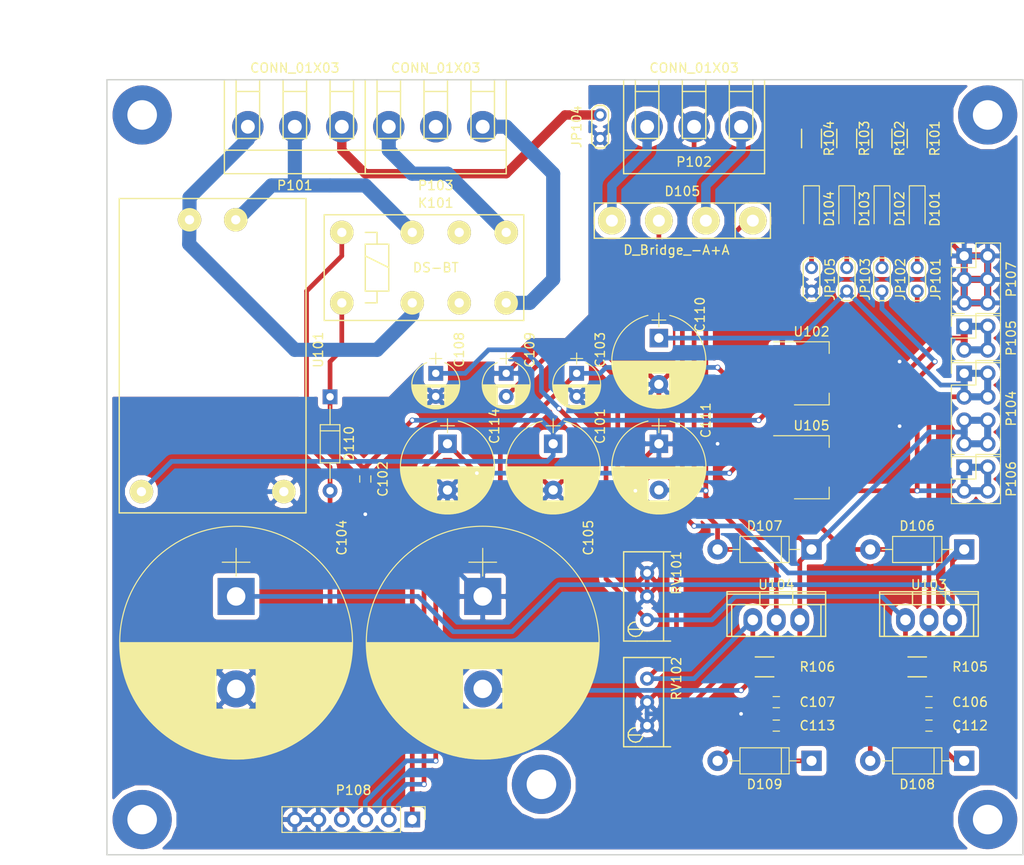
<source format=kicad_pcb>
(kicad_pcb (version 4) (host pcbnew 4.0.4+e1-6308~48~ubuntu15.10.1-stable)
  (layers (0 F.Cu signal) (31 B.Cu signal) (34 B.Paste user) (35 F.Paste user) (36 B.SilkS user) (37 F.SilkS user) (38 B.Mask user) (39 F.Mask user) (44 Edge.Cuts user))
  (net 0 "")
  (net 1 GND)
  (net 2 +5P)
  (net 3 +7.2V)
  (net 4 -7.2V)
  (net 5 +3V3)
  (net 6 +5V)
  (net 7 "Net-(D101-Pad2)")
  (net 8 "Net-(D101-Pad1)")
  (net 9 "Net-(D102-Pad2)")
  (net 10 "Net-(D102-Pad1)")
  (net 11 "Net-(D103-Pad2)")
  (net 12 "Net-(D103-Pad1)")
  (net 13 "Net-(D104-Pad2)")
  (net 14 "Net-(D104-Pad1)")
  (net 15 /K-AlimPreamp)
  (net 16 /Torique_0_Orange)
  (net 17 /Torique_9_Red)
  (net 18 /Terre)
  (net 19 /Phase)
  (net 20 /Torique_115_Brown)
  (net 21 /Neutre)
  (net 22 /Torique_0_Blue)
  (net 23 "Net-(C104-Pad1)")
  (net 24 "Net-(C105-Pad2)")
  (net 25 "Net-(C108-Pad1)")
  (net 26 "Net-(C109-Pad2)")
  (module flem:CONN_AK350_03_5.08 (layer F.Cu) (at 134.62 49.53 180)
    (fp_text reference P102 (at 5.08 -3.81 180) (layer F.SilkS))
    (fp_text value CONN_01X03 (at 5.08 6.35 180) (layer F.SilkS))
    (pad 1 thru_hole circle (at 0 0 180) (size 3.4 3.4) (drill 1.5) (layers *.Cu *.Mask) (net 16 /Torique_0_Orange))
    (pad 2 thru_hole circle (at 5.08 0 180) (size 3.4 3.4) (drill 1.5) (layers *.Cu *.Mask) (net 1 GND))
    (pad 3 thru_hole circle (at 10.16 0 180) (size 3.4 3.4) (drill 1.5) (layers *.Cu *.Mask) (net 17 /Torique_9_Red))
  )
  (module Capacitors_ThroughHole:CP_Radial_D25.0mm_P10.00mm_SnapIn (layer F.Cu) (at 80.01 100.33 270)
    (fp_text reference C104 (at -6.35 -11.43 270) (layer F.SilkS))
    (fp_text value 10000uF)
    (pad 1 thru_hole rect (at 0 0 270) (size 4 4) (drill 2) (layers *.Cu *.Mask) (net 23 "Net-(C104-Pad1)"))
    (pad 2 thru_hole circle (at 10 0 270) (size 4 4) (drill 2) (layers *.Cu *.Mask) (net 1 GND))
  )
  (module Capacitors_ThroughHole:CP_Radial_D25.0mm_P10.00mm_SnapIn (layer F.Cu) (at 106.68 100.33 270)
    (fp_text reference C105 (at -6.35 -11.43 270) (layer F.SilkS))
    (fp_text value 10000uF hide)
    (pad 1 thru_hole rect (at 0 0 270) (size 4 4) (drill 2) (layers *.Cu *.Mask) (net 1 GND))
    (pad 2 thru_hole circle (at 10 0 270) (size 4 4) (drill 2) (layers *.Cu *.Mask) (net 24 "Net-(C105-Pad2)"))
  )
  (module Capacitors_SMD:C_0603_HandSoldering (layer F.Cu) (at 154.94 111.76)
    (fp_text reference C106 (at 4.445 0) (layer F.SilkS))
    (fp_text value 100nF)
    (pad 1 smd rect (at -0.95 0) (size 1.2 0.75) (layers F.Cu F.Paste F.Mask) (net 23 "Net-(C104-Pad1)"))
    (pad 2 smd rect (at 0.95 0) (size 1.2 0.75) (layers F.Cu F.Paste F.Mask) (net 1 GND))
  )
  (module Capacitors_SMD:C_0603_HandSoldering (layer F.Cu) (at 138.43 111.76 180)
    (fp_text reference C107 (at -4.445 0 180) (layer F.SilkS))
    (fp_text value 100nF)
    (pad 1 smd rect (at -0.95 0 180) (size 1.2 0.75) (layers F.Cu F.Paste F.Mask) (net 1 GND))
    (pad 2 smd rect (at 0.95 0 180) (size 1.2 0.75) (layers F.Cu F.Paste F.Mask) (net 24 "Net-(C105-Pad2)"))
  )
  (module Capacitors_ThroughHole:CP_Radial_D10.0mm_P5.00mm (layer F.Cu) (at 114.3 83.82 270)
    (fp_text reference C101 (at -1.905 -5.08 450) (layer F.SilkS))
    (fp_text value 100uF)
    (pad 1 thru_hole rect (at 0 0 270) (size 2 2) (drill 1) (layers *.Cu *.Mask) (net 2 +5P))
    (pad 2 thru_hole circle (at 5 0 270) (size 2 2) (drill 1) (layers *.Cu *.Mask) (net 1 GND))
  )
  (module Capacitors_SMD:C_0603_HandSoldering (layer F.Cu) (at 93.98 87.63 270)
    (fp_text reference C102 (at 0 -1.9 270) (layer F.SilkS))
    (fp_text value 100nF)
    (pad 1 smd rect (at -0.95 0 270) (size 1.2 0.75) (layers F.Cu F.Paste F.Mask) (net 2 +5P))
    (pad 2 smd rect (at 0.95 0 270) (size 1.2 0.75) (layers F.Cu F.Paste F.Mask) (net 1 GND))
  )
  (module Capacitors_ThroughHole:CP_Radial_D5.0mm_P2.50mm (layer F.Cu) (at 101.6 76.2 270)
    (fp_text reference C108 (at -2.54 -2.54 270) (layer F.SilkS))
    (fp_text value 10uF)
    (pad 1 thru_hole rect (at 0 0 270) (size 1.6 1.6) (drill 0.8) (layers *.Cu *.Mask) (net 25 "Net-(C108-Pad1)"))
    (pad 2 thru_hole circle (at 2.5 0 270) (size 1.6 1.6) (drill 0.8) (layers *.Cu *.Mask) (net 1 GND))
  )
  (module Capacitors_ThroughHole:CP_Radial_D5.0mm_P2.50mm (layer F.Cu) (at 109.22 76.2 270)
    (fp_text reference C109 (at -2.54 -2.54 270) (layer F.SilkS))
    (fp_text value 10uF)
    (pad 1 thru_hole rect (at 0 0 270) (size 1.6 1.6) (drill 0.8) (layers *.Cu *.Mask) (net 1 GND))
    (pad 2 thru_hole circle (at 2.5 0 270) (size 1.6 1.6) (drill 0.8) (layers *.Cu *.Mask) (net 26 "Net-(C109-Pad2)"))
  )
  (module Capacitors_ThroughHole:CP_Radial_D10.0mm_P5.00mm (layer F.Cu) (at 125.73 72.39 270)
    (fp_text reference C110 (at -2.54 -4.445 450) (layer F.SilkS))
    (fp_text value 100uF)
    (pad 1 thru_hole rect (at 0 0 270) (size 2 2) (drill 1) (layers *.Cu *.Mask) (net 3 +7.2V))
    (pad 2 thru_hole circle (at 5 0 270) (size 2 2) (drill 1) (layers *.Cu *.Mask) (net 1 GND))
  )
  (module Capacitors_ThroughHole:CP_Radial_D10.0mm_P5.00mm (layer F.Cu) (at 125.73 83.82 270)
    (fp_text reference C111 (at -2.54 -5.08 450) (layer F.SilkS))
    (fp_text value 100uF)
    (pad 1 thru_hole rect (at 0 0 270) (size 2 2) (drill 1) (layers *.Cu *.Mask) (net 1 GND))
    (pad 2 thru_hole circle (at 5 0 270) (size 2 2) (drill 1) (layers *.Cu *.Mask) (net 4 -7.2V))
  )
  (module Capacitors_SMD:C_0603_HandSoldering (layer F.Cu) (at 154.94 114.3)
    (fp_text reference C112 (at 4.445 0) (layer F.SilkS))
    (fp_text value 100nF)
    (pad 1 smd rect (at -0.95 0) (size 1.2 0.75) (layers F.Cu F.Paste F.Mask) (net 3 +7.2V))
    (pad 2 smd rect (at 0.95 0) (size 1.2 0.75) (layers F.Cu F.Paste F.Mask) (net 1 GND))
  )
  (module Capacitors_SMD:C_0603_HandSoldering (layer F.Cu) (at 138.43 114.3 180)
    (fp_text reference C113 (at -4.445 0 180) (layer F.SilkS))
    (fp_text value 100nF)
    (pad 1 smd rect (at -0.95 0 180) (size 1.2 0.75) (layers F.Cu F.Paste F.Mask) (net 1 GND))
    (pad 2 smd rect (at 0.95 0 180) (size 1.2 0.75) (layers F.Cu F.Paste F.Mask) (net 4 -7.2V))
  )
  (module Capacitors_ThroughHole:CP_Radial_D10.0mm_P5.00mm (layer F.Cu) (at 102.87 83.82 270)
    (fp_text reference C114 (at -1.905 -5.08 450) (layer F.SilkS))
    (fp_text value 100uF)
    (pad 1 thru_hole rect (at 0 0 270) (size 2 2) (drill 1) (layers *.Cu *.Mask) (net 6 +5V))
    (pad 2 thru_hole circle (at 5 0 270) (size 2 2) (drill 1) (layers *.Cu *.Mask) (net 1 GND))
  )
  (module LEDs:LED_1206 (layer F.Cu) (at 153.67 58.42 270)
    (fp_text reference D101 (at 0 -1.905 270) (layer F.SilkS))
    (fp_text value LED)
    (pad 2 smd rect (at 1.65 0 90) (size 1.5 1.5) (layers F.Cu F.Paste F.Mask) (net 7 "Net-(D101-Pad2)"))
    (pad 1 smd rect (at -1.65 0 90) (size 1.5 1.5) (layers F.Cu F.Paste F.Mask) (net 8 "Net-(D101-Pad1)"))
  )
  (module LEDs:LED_1206 (layer F.Cu) (at 149.86 58.42 270)
    (fp_text reference D102 (at 0 -1.905 270) (layer F.SilkS))
    (fp_text value LED)
    (pad 2 smd rect (at 1.65 0 90) (size 1.5 1.5) (layers F.Cu F.Paste F.Mask) (net 9 "Net-(D102-Pad2)"))
    (pad 1 smd rect (at -1.65 0 90) (size 1.5 1.5) (layers F.Cu F.Paste F.Mask) (net 10 "Net-(D102-Pad1)"))
  )
  (module LEDs:LED_1206 (layer F.Cu) (at 146.05 58.42 270)
    (fp_text reference D103 (at 0 -1.905 270) (layer F.SilkS))
    (fp_text value LED)
    (pad 2 smd rect (at 1.65 0 90) (size 1.5 1.5) (layers F.Cu F.Paste F.Mask) (net 11 "Net-(D103-Pad2)"))
    (pad 1 smd rect (at -1.65 0 90) (size 1.5 1.5) (layers F.Cu F.Paste F.Mask) (net 12 "Net-(D103-Pad1)"))
  )
  (module LEDs:LED_1206 (layer F.Cu) (at 142.24 58.42 270)
    (fp_text reference D104 (at 0 -1.905 270) (layer F.SilkS))
    (fp_text value LED)
    (pad 2 smd rect (at 1.65 0 90) (size 1.5 1.5) (layers F.Cu F.Paste F.Mask) (net 13 "Net-(D104-Pad2)"))
    (pad 1 smd rect (at -1.65 0 90) (size 1.5 1.5) (layers F.Cu F.Paste F.Mask) (net 14 "Net-(D104-Pad1)"))
  )
  (module Diodes_ThroughHole:D_DO-41_SOD81_P10.16mm_Horizontal (layer F.Cu) (at 142.24 118.11 180)
    (fp_text reference D109 (at 5.08 -2.54 180) (layer F.SilkS))
    (fp_text value 1N4007)
    (pad 1 thru_hole rect (at 0 0 180) (size 2.2 2.2) (drill 1.1) (layers *.Cu *.Mask) (net 26 "Net-(C109-Pad2)"))
    (pad 2 thru_hole oval (at 10.16 0 180) (size 2.2 2.2) (drill 1.1) (layers *.Cu *.Mask) (net 4 -7.2V))
  )
  (module Measurement_Points:Test_Point_2Pads (layer F.Cu) (at 153.67 64.77 270)
    (fp_text reference JP101 (at 1.27 -2 270) (layer F.SilkS))
    (fp_text value JUMPER)
    (pad 1 thru_hole circle (at 0 0 270) (size 1.4 1.4) (drill 0.8128) (layers *.Cu *.Mask) (net 7 "Net-(D101-Pad2)"))
    (pad 2 thru_hole circle (at 2.54 0 270) (size 1.4 1.4) (drill 0.8128) (layers *.Cu *.Mask) (net 2 +5P))
  )
  (module Measurement_Points:Test_Point_2Pads (layer F.Cu) (at 149.86 64.77 270)
    (fp_text reference JP102 (at 1.27 -2 270) (layer F.SilkS))
    (fp_text value JUMPER)
    (pad 1 thru_hole circle (at 0 0 270) (size 1.4 1.4) (drill 0.8128) (layers *.Cu *.Mask) (net 9 "Net-(D102-Pad2)"))
    (pad 2 thru_hole circle (at 2.54 0 270) (size 1.4 1.4) (drill 0.8128) (layers *.Cu *.Mask) (net 6 +5V))
  )
  (module Measurement_Points:Test_Point_2Pads (layer F.Cu) (at 119.38 48.26 270)
    (fp_text reference JP104 (at 1.27 2.54 270) (layer F.SilkS))
    (fp_text value JUMPER)
    (pad 1 thru_hole circle (at 0 0 270) (size 1.4 1.4) (drill 0.8128) (layers *.Cu *.Mask) (net 18 /Terre))
    (pad 2 thru_hole circle (at 2.54 0 270) (size 1.4 1.4) (drill 0.8128) (layers *.Cu *.Mask) (net 1 GND))
  )
  (module Measurement_Points:Test_Point_2Pads (layer F.Cu) (at 146.05 64.77 270)
    (fp_text reference JP103 (at 1.27 -2 270) (layer F.SilkS))
    (fp_text value JUMPER)
    (pad 1 thru_hole circle (at 0 0 270) (size 1.4 1.4) (drill 0.8128) (layers *.Cu *.Mask) (net 11 "Net-(D103-Pad2)"))
    (pad 2 thru_hole circle (at 2.54 0 270) (size 1.4 1.4) (drill 0.8128) (layers *.Cu *.Mask) (net 3 +7.2V))
  )
  (module Measurement_Points:Test_Point_2Pads (layer F.Cu) (at 142.24 64.77 270)
    (fp_text reference JP105 (at 1.27 -2 270) (layer F.SilkS))
    (fp_text value JUMPER)
    (pad 1 thru_hole circle (at 0 0 270) (size 1.4 1.4) (drill 0.8128) (layers *.Cu *.Mask) (net 13 "Net-(D104-Pad2)"))
    (pad 2 thru_hole circle (at 2.54 0 270) (size 1.4 1.4) (drill 0.8128) (layers *.Cu *.Mask) (net 1 GND))
  )
  (module Pin_Headers:Pin_Header_Straight_2x02_Pitch2.54mm (layer F.Cu) (at 158.75 71.12)
    (fp_text reference P105 (at 5.08 1.27 90) (layer F.SilkS))
    (fp_text value CONN_02X02)
    (pad 1 thru_hole rect (at 0 0) (size 1.7 1.7) (drill 1) (layers *.Cu *.Mask) (net 2 +5P))
    (pad 2 thru_hole oval (at 2.54 0) (size 1.7 1.7) (drill 1) (layers *.Cu *.Mask) (net 2 +5P))
    (pad 3 thru_hole oval (at 0 2.54) (size 1.7 1.7) (drill 1) (layers *.Cu *.Mask) (net 2 +5P))
    (pad 4 thru_hole oval (at 2.54 2.54) (size 1.7 1.7) (drill 1) (layers *.Cu *.Mask) (net 2 +5P))
  )
  (module Pin_Headers:Pin_Header_Straight_2x03_Pitch2.54mm (layer F.Cu) (at 158.75 63.5)
    (fp_text reference P107 (at 5.08 2.54 90) (layer F.SilkS))
    (fp_text value CONN_02X03)
    (pad 1 thru_hole rect (at 0 0) (size 1.7 1.7) (drill 1) (layers *.Cu *.Mask) (net 1 GND))
    (pad 2 thru_hole oval (at 2.54 0) (size 1.7 1.7) (drill 1) (layers *.Cu *.Mask) (net 1 GND))
    (pad 3 thru_hole oval (at 0 2.54) (size 1.7 1.7) (drill 1) (layers *.Cu *.Mask) (net 1 GND))
    (pad 4 thru_hole oval (at 2.54 2.54) (size 1.7 1.7) (drill 1) (layers *.Cu *.Mask) (net 1 GND))
    (pad 5 thru_hole oval (at 0 5.08) (size 1.7 1.7) (drill 1) (layers *.Cu *.Mask) (net 1 GND))
    (pad 6 thru_hole oval (at 2.54 5.08) (size 1.7 1.7) (drill 1) (layers *.Cu *.Mask) (net 1 GND))
  )
  (module Resistors_SMD:R_1206_HandSoldering (layer F.Cu) (at 153.67 50.8 90)
    (fp_text reference R101 (at 0 1.905 90) (layer F.SilkS))
    (fp_text value 330)
    (pad 1 smd rect (at -2 0 90) (size 2 1.7) (layers F.Cu F.Paste F.Mask) (net 8 "Net-(D101-Pad1)"))
    (pad 2 smd rect (at 2 0 90) (size 2 1.7) (layers F.Cu F.Paste F.Mask) (net 1 GND))
  )
  (module Resistors_SMD:R_1206_HandSoldering (layer F.Cu) (at 149.86 50.8 90)
    (fp_text reference R102 (at 0 1.905 90) (layer F.SilkS))
    (fp_text value 330)
    (pad 1 smd rect (at -2 0 90) (size 2 1.7) (layers F.Cu F.Paste F.Mask) (net 10 "Net-(D102-Pad1)"))
    (pad 2 smd rect (at 2 0 90) (size 2 1.7) (layers F.Cu F.Paste F.Mask) (net 1 GND))
  )
  (module Resistors_SMD:R_1206_HandSoldering (layer F.Cu) (at 146.05 50.8 90)
    (fp_text reference R103 (at 0 1.905 90) (layer F.SilkS))
    (fp_text value 560)
    (pad 1 smd rect (at -2 0 90) (size 2 1.7) (layers F.Cu F.Paste F.Mask) (net 12 "Net-(D103-Pad1)"))
    (pad 2 smd rect (at 2 0 90) (size 2 1.7) (layers F.Cu F.Paste F.Mask) (net 1 GND))
  )
  (module Resistors_SMD:R_1206_HandSoldering (layer F.Cu) (at 142.24 50.8 90)
    (fp_text reference R104 (at 0 1.905 90) (layer F.SilkS))
    (fp_text value 560)
    (pad 1 smd rect (at -2 0 90) (size 2 1.7) (layers F.Cu F.Paste F.Mask) (net 14 "Net-(D104-Pad1)"))
    (pad 2 smd rect (at 2 0 90) (size 2 1.7) (layers F.Cu F.Paste F.Mask) (net 4 -7.2V))
  )
  (module Resistors_SMD:R_1206_HandSoldering (layer F.Cu) (at 153.67 107.95 180)
    (fp_text reference R105 (at -5.715 0 180) (layer F.SilkS))
    (fp_text value 220)
    (pad 1 smd rect (at -2 0 180) (size 2 1.7) (layers F.Cu F.Paste F.Mask) (net 3 +7.2V))
    (pad 2 smd rect (at 2 0 180) (size 2 1.7) (layers F.Cu F.Paste F.Mask) (net 25 "Net-(C108-Pad1)"))
  )
  (module Resistors_SMD:R_1206_HandSoldering (layer F.Cu) (at 137.16 107.95)
    (fp_text reference R106 (at 5.715 0) (layer F.SilkS))
    (fp_text value 220)
    (pad 1 smd rect (at -2 0) (size 2 1.7) (layers F.Cu F.Paste F.Mask) (net 26 "Net-(C109-Pad2)"))
    (pad 2 smd rect (at 2 0) (size 2 1.7) (layers F.Cu F.Paste F.Mask) (net 4 -7.2V))
  )
  (module Potentiometers:Potentiometer_Bourns_3296W_3-8Zoll_Inline_ScrewUp (layer F.Cu) (at 124.46 102.87)
    (fp_text reference RV101 (at 3.175 -5.08 90) (layer F.SilkS))
    (fp_text value 2.2K)
    (pad 2 thru_hole circle (at 0 -2.54) (size 1.524 1.524) (drill 0.8128) (layers *.Cu *.Mask) (net 1 GND))
    (pad 3 thru_hole circle (at 0 -5.08) (size 1.524 1.524) (drill 0.8128) (layers *.Cu *.Mask) (net 1 GND))
    (pad 1 thru_hole circle (at 0 0) (size 1.524 1.524) (drill 0.8128) (layers *.Cu *.Mask) (net 25 "Net-(C108-Pad1)"))
  )
  (module Potentiometers:Potentiometer_Bourns_3296W_3-8Zoll_Inline_ScrewUp (layer F.Cu) (at 124.46 114.3)
    (fp_text reference RV102 (at 3.175 -5.08 90) (layer F.SilkS))
    (fp_text value 2.2K)
    (pad 2 thru_hole circle (at 0 -2.54) (size 1.524 1.524) (drill 0.8128) (layers *.Cu *.Mask) (net 1 GND))
    (pad 3 thru_hole circle (at 0 -5.08) (size 1.524 1.524) (drill 0.8128) (layers *.Cu *.Mask) (net 26 "Net-(C109-Pad2)"))
    (pad 1 thru_hole circle (at 0 0) (size 1.524 1.524) (drill 0.8128) (layers *.Cu *.Mask) (net 1 GND))
  )
  (module flem:HLK-PM01 (layer F.Cu) (at 77.47 74.295 270)
    (fp_text reference U101 (at -0.635 -11.43 270) (layer F.SilkS))
    (fp_text value HLK-PM01)
    (pad 1 thru_hole circle (at -14.7 -2.5 270) (size 2.54 2.54) (drill 1) (layers *.Cu *.Mask F.SilkS) (net 21 /Neutre))
    (pad 2 thru_hole circle (at -14.7 2.5 270) (size 2.54 2.54) (drill 1) (layers *.Cu *.Mask F.SilkS) (net 19 /Phase))
    (pad 3 thru_hole circle (at 14.7 -7.7 270) (size 2.54 2.54) (drill 1) (layers *.Cu *.Mask F.SilkS) (net 1 GND))
    (pad 4 thru_hole circle (at 14.7 7.7 270) (size 2.54 2.54) (drill 1) (layers *.Cu *.Mask F.SilkS) (net 2 +5P))
  )
  (module Power_Integrations:TO-220 (layer F.Cu) (at 154.94 102.87)
    (fp_text reference U103 (at 0 -3.81) (layer F.SilkS))
    (fp_text value LM317AT/NOPB)
    (pad 2 thru_hole oval (at 0 0) (size 2.032 2.54) (drill 1.143) (layers *.Cu *.Mask) (net 3 +7.2V))
    (pad 3 thru_hole oval (at 2.54 0) (size 2.032 2.54) (drill 1.143) (layers *.Cu *.Mask) (net 23 "Net-(C104-Pad1)"))
    (pad 1 thru_hole oval (at -2.54 0) (size 2.032 2.54) (drill 1.143) (layers *.Cu *.Mask) (net 25 "Net-(C108-Pad1)"))
  )
  (module Power_Integrations:TO-220 (layer F.Cu) (at 138.43 102.87)
    (fp_text reference U104 (at 0 -3.81) (layer F.SilkS))
    (fp_text value LM337T/NOPB)
    (pad 2 thru_hole oval (at 0 0) (size 2.032 2.54) (drill 1.143) (layers *.Cu *.Mask) (net 24 "Net-(C105-Pad2)"))
    (pad 3 thru_hole oval (at 2.54 0) (size 2.032 2.54) (drill 1.143) (layers *.Cu *.Mask) (net 4 -7.2V))
    (pad 1 thru_hole oval (at -2.54 0) (size 2.032 2.54) (drill 1.143) (layers *.Cu *.Mask) (net 26 "Net-(C109-Pad2)"))
  )
  (module TO_SOT_Packages_SMD:SOT-223 (layer F.Cu) (at 142.24 76.2)
    (fp_text reference U102 (at 0 -4.5) (layer F.SilkS))
    (fp_text value AMS117)
    (pad 4 smd rect (at 3.15 0) (size 2 3.8) (layers F.Cu F.Paste F.Mask))
    (pad 2 smd rect (at -3.15 0) (size 2 1.5) (layers F.Cu F.Paste F.Mask) (net 5 +3V3))
    (pad 3 smd rect (at -3.15 2.3) (size 2 1.5) (layers F.Cu F.Paste F.Mask) (net 2 +5P))
    (pad 1 smd rect (at -3.15 -2.3) (size 2 1.5) (layers F.Cu F.Paste F.Mask) (net 1 GND))
  )
  (module TO_SOT_Packages_SMD:SOT-223 (layer F.Cu) (at 142.24 86.36)
    (fp_text reference U105 (at 0 -4.5) (layer F.SilkS))
    (fp_text value LT1117)
    (pad 4 smd rect (at 3.15 0) (size 2 3.8) (layers F.Cu F.Paste F.Mask))
    (pad 2 smd rect (at -3.15 0) (size 2 1.5) (layers F.Cu F.Paste F.Mask) (net 6 +5V))
    (pad 3 smd rect (at -3.15 2.3) (size 2 1.5) (layers F.Cu F.Paste F.Mask) (net 3 +7.2V))
    (pad 1 smd rect (at -3.15 -2.3) (size 2 1.5) (layers F.Cu F.Paste F.Mask) (net 1 GND))
  )
  (module flem:CONN_AK350_03_5.08 (layer F.Cu) (at 91.44 49.53 180)
    (fp_text reference P101 (at 5.08 -6.35 180) (layer F.SilkS))
    (fp_text value CONN_01X03 (at 5.08 6.35 180) (layer F.SilkS))
    (pad 1 thru_hole circle (at 0 0 180) (size 3.4 3.4) (drill 1.5) (layers *.Cu *.Mask) (net 18 /Terre))
    (pad 2 thru_hole circle (at 5.08 0 180) (size 3.4 3.4) (drill 1.5) (layers *.Cu *.Mask) (net 21 /Neutre))
    (pad 3 thru_hole circle (at 10.16 0 180) (size 3.4 3.4) (drill 1.5) (layers *.Cu *.Mask) (net 19 /Phase))
  )
  (module flem:CONN_AK350_03_5.08 (layer F.Cu) (at 106.68 49.53 180)
    (fp_text reference P103 (at 5.08 -6.35 180) (layer F.SilkS))
    (fp_text value CONN_01X03 (at 5.08 6.35 180) (layer F.SilkS))
    (pad 1 thru_hole circle (at 0 0 180) (size 3.4 3.4) (drill 1.5) (layers *.Cu *.Mask) (net 20 /Torique_115_Brown))
    (pad 2 thru_hole circle (at 5.08 0 180) (size 3.4 3.4) (drill 1.5) (layers *.Cu *.Mask))
    (pad 3 thru_hole circle (at 10.16 0 180) (size 3.4 3.4) (drill 1.5) (layers *.Cu *.Mask) (net 22 /Torique_0_Blue))
  )
  (module flem:Relay_DS-BT_Nais (layer F.Cu) (at 91.44 68.58)
    (fp_text reference K101 (at 10.16 -10.795) (layer F.SilkS))
    (fp_text value DS-BT (at 10.16 -3.81) (layer F.SilkS))
    (pad 16 thru_hole circle (at 0 -7.62) (size 2.54 2.54) (drill 1) (layers *.Cu *.Mask F.SilkS) (net 15 /K-AlimPreamp))
    (pad 1 thru_hole circle (at 0 0) (size 2.54 2.54) (drill 1) (layers *.Cu *.Mask F.SilkS) (net 2 +5P))
    (pad 4 thru_hole circle (at 7.62 0) (size 2.54 2.54) (drill 1) (layers *.Cu *.Mask F.SilkS) (net 19 /Phase))
    (pad 6 thru_hole circle (at 12.7 0) (size 2.54 2.54) (drill 1) (layers *.Cu *.Mask F.SilkS))
    (pad 8 thru_hole circle (at 17.78 0) (size 2.54 2.54) (drill 1) (layers *.Cu *.Mask F.SilkS) (net 20 /Torique_115_Brown))
    (pad 13 thru_hole circle (at 7.62 -7.62) (size 2.54 2.54) (drill 1) (layers *.Cu *.Mask F.SilkS) (net 21 /Neutre))
    (pad 11 thru_hole circle (at 12.7 -7.62) (size 2.54 2.54) (drill 1) (layers *.Cu *.Mask F.SilkS))
    (pad 9 thru_hole circle (at 17.78 -7.62) (size 2.54 2.54) (drill 1) (layers *.Cu *.Mask F.SilkS) (net 22 /Torique_0_Blue))
  )
  (module Diodes_ThroughHole:D_DO-35_SOD27_P10.16mm_Horizontal (layer F.Cu) (at 90.17 78.74 270)
    (fp_text reference D110 (at 5.08 -2.06 270) (layer F.SilkS))
    (fp_text value 1N4148)
    (pad 1 thru_hole rect (at 0 0 270) (size 1.6 1.6) (drill 0.8) (layers *.Cu *.Mask) (net 2 +5P))
    (pad 2 thru_hole oval (at 10.16 0 270) (size 1.6 1.6) (drill 0.8) (layers *.Cu *.Mask) (net 15 /K-AlimPreamp))
  )
  (module Diodes_ThroughHole:D_DO-41_SOD81_P10.16mm_Horizontal (layer F.Cu) (at 158.75 95.25 180)
    (fp_text reference D106 (at 5.08 2.54 180) (layer F.SilkS))
    (fp_text value 1N4007)
    (pad 1 thru_hole rect (at 0 0 180) (size 2.2 2.2) (drill 1.1) (layers *.Cu *.Mask) (net 23 "Net-(C104-Pad1)"))
    (pad 2 thru_hole oval (at 10.16 0 180) (size 2.2 2.2) (drill 1.1) (layers *.Cu *.Mask) (net 3 +7.2V))
  )
  (module Diodes_ThroughHole:D_DO-41_SOD81_P10.16mm_Horizontal (layer F.Cu) (at 142.24 95.25 180)
    (fp_text reference D107 (at 5.08 2.54 180) (layer F.SilkS))
    (fp_text value 1N4007)
    (pad 1 thru_hole rect (at 0 0 180) (size 2.2 2.2) (drill 1.1) (layers *.Cu *.Mask) (net 4 -7.2V))
    (pad 2 thru_hole oval (at 10.16 0 180) (size 2.2 2.2) (drill 1.1) (layers *.Cu *.Mask) (net 24 "Net-(C105-Pad2)"))
  )
  (module Diodes_ThroughHole:D_DO-41_SOD81_P10.16mm_Horizontal (layer F.Cu) (at 158.75 118.11 180)
    (fp_text reference D108 (at 5.08 -2.54 180) (layer F.SilkS))
    (fp_text value 1N4007)
    (pad 1 thru_hole rect (at 0 0 180) (size 2.2 2.2) (drill 1.1) (layers *.Cu *.Mask) (net 3 +7.2V))
    (pad 2 thru_hole oval (at 10.16 0 180) (size 2.2 2.2) (drill 1.1) (layers *.Cu *.Mask) (net 25 "Net-(C108-Pad1)"))
  )
  (module flem:Bridge (layer F.Cu) (at 128.27 59.69 180)
    (fp_text reference D105 (at 0 3.175 180) (layer F.SilkS))
    (fp_text value D_Bridge_-A+A (at 0.635 -3.175 180) (layer F.SilkS))
    (pad 1 thru_hole circle (at -7.62 0 180) (size 3 3) (drill 1.3) (layers *.Cu *.Mask F.SilkS) (net 24 "Net-(C105-Pad2)"))
    (pad 2 thru_hole circle (at -2.54 0 180) (size 3 3) (drill 1.3) (layers *.Cu *.Mask F.SilkS) (net 16 /Torique_0_Orange))
    (pad 3 thru_hole circle (at 2.54 0 180) (size 3 3) (drill 1.3) (layers *.Cu *.Mask F.SilkS) (net 23 "Net-(C104-Pad1)"))
    (pad 4 thru_hole circle (at 7.62 0 180) (size 3 3) (drill 1.3) (layers *.Cu *.Mask F.SilkS) (net 17 /Torique_9_Red))
  )
  (module Capacitors_ThroughHole:CP_Radial_D5.0mm_P2.50mm (layer F.Cu) (at 116.84 76.2 270)
    (fp_text reference C103 (at -2.54 -2.54 270) (layer F.SilkS))
    (fp_text value 10uF)
    (pad 1 thru_hole rect (at 0 0 270) (size 1.6 1.6) (drill 0.8) (layers *.Cu *.Mask) (net 5 +3V3))
    (pad 2 thru_hole circle (at 2.5 0 270) (size 1.6 1.6) (drill 0.8) (layers *.Cu *.Mask) (net 1 GND))
  )
  (module Pin_Headers:Pin_Header_Straight_2x04_Pitch2.54mm (layer F.Cu) (at 158.75 76.2)
    (fp_text reference P104 (at 5.08 3.81 90) (layer F.SilkS))
    (fp_text value CONN_02X04)
    (pad 1 thru_hole rect (at 0 0) (size 1.7 1.7) (drill 1) (layers *.Cu *.Mask) (net 3 +7.2V))
    (pad 2 thru_hole oval (at 2.54 0) (size 1.7 1.7) (drill 1) (layers *.Cu *.Mask) (net 3 +7.2V))
    (pad 3 thru_hole oval (at 0 2.54) (size 1.7 1.7) (drill 1) (layers *.Cu *.Mask) (net 3 +7.2V))
    (pad 4 thru_hole oval (at 2.54 2.54) (size 1.7 1.7) (drill 1) (layers *.Cu *.Mask) (net 3 +7.2V))
    (pad 5 thru_hole oval (at 0 5.08) (size 1.7 1.7) (drill 1) (layers *.Cu *.Mask) (net 4 -7.2V))
    (pad 6 thru_hole oval (at 2.54 5.08) (size 1.7 1.7) (drill 1) (layers *.Cu *.Mask) (net 4 -7.2V))
    (pad 7 thru_hole oval (at 0 7.62) (size 1.7 1.7) (drill 1) (layers *.Cu *.Mask) (net 4 -7.2V))
    (pad 8 thru_hole oval (at 2.54 7.62) (size 1.7 1.7) (drill 1) (layers *.Cu *.Mask) (net 4 -7.2V))
  )
  (module Pin_Headers:Pin_Header_Straight_2x02_Pitch2.54mm (layer F.Cu) (at 158.75 86.36)
    (fp_text reference P106 (at 5.08 1.27 90) (layer F.SilkS))
    (fp_text value CONN_02X02)
    (pad 1 thru_hole rect (at 0 0) (size 1.7 1.7) (drill 1) (layers *.Cu *.Mask) (net 6 +5V))
    (pad 2 thru_hole oval (at 2.54 0) (size 1.7 1.7) (drill 1) (layers *.Cu *.Mask) (net 6 +5V))
    (pad 3 thru_hole oval (at 0 2.54) (size 1.7 1.7) (drill 1) (layers *.Cu *.Mask) (net 6 +5V))
    (pad 4 thru_hole oval (at 2.54 2.54) (size 1.7 1.7) (drill 1) (layers *.Cu *.Mask) (net 6 +5V))
  )
  (module Pin_Headers:Pin_Header_Straight_1x06_Pitch2.54mm (layer F.Cu) (at 99.06 124.46 270)
    (fp_text reference P108 (at -3.175 6.35 360) (layer F.SilkS))
    (fp_text value CONN_01X06)
    (pad 1 thru_hole rect (at 0 0 270) (size 1.7 1.7) (drill 1) (layers *.Cu *.Mask) (net 2 +5P))
    (pad 2 thru_hole oval (at 0 2.54 270) (size 1.7 1.7) (drill 1) (layers *.Cu *.Mask) (net 6 +5V))
    (pad 3 thru_hole oval (at 0 5.08 270) (size 1.7 1.7) (drill 1) (layers *.Cu *.Mask) (net 5 +3V3))
    (pad 4 thru_hole oval (at 0 7.62 270) (size 1.7 1.7) (drill 1) (layers *.Cu *.Mask) (net 15 /K-AlimPreamp))
    (pad 5 thru_hole oval (at 0 10.16 270) (size 1.7 1.7) (drill 1) (layers *.Cu *.Mask) (net 1 GND))
    (pad 6 thru_hole oval (at 0 12.7 270) (size 1.7 1.7) (drill 1) (layers *.Cu *.Mask) (net 1 GND))
  )
  (module Mounting_Holes:MountingHole_3.2mm_M3_Pad (layer F.Cu) (at 69.85 48.26)
    (fp_text reference REF** hide)
    (fp_text value MountingHole_3.2mm_M3_Pad hide)
    (pad 1 thru_hole circle (at 0 0) (size 6.4 6.4) (drill 3.2) (layers *.Cu *.Mask))
  )
  (module Mounting_Holes:MountingHole_3.2mm_M3_Pad (layer F.Cu) (at 113.03 120.65)
    (fp_text reference REF** hide)
    (fp_text value MountingHole_3.2mm_M3_Pad hide)
    (pad 1 thru_hole circle (at 0 0) (size 6.4 6.4) (drill 3.2) (layers *.Cu *.Mask))
  )
  (module Mounting_Holes:MountingHole_3.2mm_M3_Pad (layer F.Cu) (at 161.29 48.26)
    (fp_text reference REF** hide)
    (fp_text value MountingHole_3.2mm_M3_Pad hide)
    (pad 1 thru_hole circle (at 0 0) (size 6.4 6.4) (drill 3.2) (layers *.Cu *.Mask))
  )
  (module Mounting_Holes:MountingHole_3.2mm_M3_Pad (layer F.Cu) (at 69.85 124.46)
    (fp_text reference REF** hide)
    (fp_text value MountingHole_3.2mm_M3_Pad hide)
    (pad 1 thru_hole circle (at 0 0) (size 6.4 6.4) (drill 3.2) (layers *.Cu *.Mask))
  )
  (module Mounting_Holes:MountingHole_3.2mm_M3_Pad (layer F.Cu) (at 161.29 124.46)
    (fp_text reference REF** hide)
    (fp_text value MountingHole_3.2mm_M3_Pad hide)
    (pad 1 thru_hole circle (at 0 0) (size 6.4 6.4) (drill 3.2) (layers *.Cu *.Mask))
  )
  (gr_line (start 165.1 44.45) (end 165.1 128.27) (angle 90) (layer Edge.Cuts) (width 0.15))
  (gr_line (start 66.04 44.45) (end 66.04 128.27) (angle 90) (layer Edge.Cuts) (width 0.15))
  (gr_line (start 165.1 128.27) (end 66.04 128.27) (angle 90) (layer Edge.Cuts) (width 0.15))
  (gr_line (start 66.04 44.45) (end 165.1 44.45) (angle 90) (layer Edge.Cuts) (width 0.15))
  (segment (start 151.765 66.04) (end 151.765 74.93) (width 0.508) (layer F.Cu) (net 1))
  (segment (start 141.235 81.915) (end 139.09 84.06) (width 0.508) (layer F.Cu) (net 1))
  (segment (start 151.765 81.915) (end 141.235 81.915) (width 0.508) (layer F.Cu) (net 1))
  (via (at 151.765 81.915) (size 0.6) (drill 0.4) (layers F.Cu B.Cu) (net 1))
  (segment (start 151.765 74.93) (end 151.765 81.915) (width 0.508) (layer B.Cu) (net 1))
  (via (at 151.765 74.93) (size 0.6) (drill 0.4) (layers F.Cu B.Cu) (net 1))
  (segment (start 74.93 95.25) (end 71.755 95.25) (width 0.508) (layer B.Cu) (net 1))
  (segment (start 98.465 78.7) (end 101.6 78.7) (width 0.508) (layer B.Cu) (net 1))
  (segment (start 93.98 83.185) (end 98.465 78.7) (width 0.508) (layer B.Cu) (net 1))
  (segment (start 71.755 83.185) (end 93.98 83.185) (width 0.508) (layer B.Cu) (net 1))
  (segment (start 67.31 87.63) (end 71.755 83.185) (width 0.508) (layer B.Cu) (net 1))
  (segment (start 67.31 90.805) (end 67.31 87.63) (width 0.508) (layer B.Cu) (net 1))
  (segment (start 71.755 95.25) (end 67.31 90.805) (width 0.508) (layer B.Cu) (net 1))
  (segment (start 124.46 100.33) (end 126.365 102.235) (width 0.508) (layer F.Cu) (net 1))
  (segment (start 122.555 109.855) (end 124.46 111.76) (width 0.508) (layer F.Cu) (net 1))
  (segment (start 122.555 107.315) (end 122.555 109.855) (width 0.508) (layer F.Cu) (net 1))
  (segment (start 126.365 103.505) (end 122.555 107.315) (width 0.508) (layer F.Cu) (net 1))
  (segment (start 126.365 102.235) (end 126.365 103.505) (width 0.508) (layer F.Cu) (net 1))
  (segment (start 134.62 113.03) (end 134.62 114.935) (width 0.508) (layer B.Cu) (net 1))
  (segment (start 157.48 114.3) (end 155.89 114.3) (width 0.508) (layer F.Cu) (net 1))
  (segment (start 158.115 114.935) (end 157.48 114.3) (width 0.508) (layer F.Cu) (net 1))
  (via (at 158.115 114.935) (size 0.6) (drill 0.4) (layers F.Cu B.Cu) (net 1))
  (segment (start 152.4 120.65) (end 158.115 114.935) (width 0.508) (layer B.Cu) (net 1))
  (segment (start 140.335 120.65) (end 152.4 120.65) (width 0.508) (layer B.Cu) (net 1))
  (segment (start 134.62 114.935) (end 140.335 120.65) (width 0.508) (layer B.Cu) (net 1))
  (segment (start 139.38 113.03) (end 134.62 113.03) (width 0.508) (layer F.Cu) (net 1))
  (segment (start 134.62 113.03) (end 124.46 113.03) (width 0.508) (layer B.Cu) (net 1))
  (via (at 134.62 113.03) (size 0.6) (drill 0.4) (layers F.Cu B.Cu) (net 1))
  (segment (start 139.38 111.76) (end 139.38 113.03) (width 0.508) (layer F.Cu) (net 1))
  (segment (start 139.38 113.03) (end 139.38 114.3) (width 0.508) (layer F.Cu) (net 1))
  (segment (start 155.89 111.76) (end 155.89 114.3) (width 0.508) (layer F.Cu) (net 1))
  (via (at 93.98 91.44) (size 0.6) (drill 0.4) (layers F.Cu B.Cu) (net 1))
  (segment (start 93.98 91.44) (end 93.98 88.58) (width 0.508) (layer F.Cu) (net 1))
  (segment (start 85.17 88.995) (end 87.615 91.44) (width 0.508) (layer B.Cu) (net 1))
  (segment (start 87.615 91.44) (end 93.98 91.44) (width 0.508) (layer B.Cu) (net 1))
  (segment (start 93.98 91.44) (end 102.87 91.44) (width 0.508) (layer B.Cu) (net 1))
  (segment (start 125.73 77.39) (end 121.365 73.025) (width 0.508) (layer F.Cu) (net 1))
  (segment (start 112.395 73.025) (end 109.22 76.2) (width 0.508) (layer F.Cu) (net 1))
  (segment (start 121.365 73.025) (end 112.395 73.025) (width 0.508) (layer F.Cu) (net 1))
  (segment (start 125.73 83.82) (end 125.73 77.39) (width 0.508) (layer F.Cu) (net 1))
  (segment (start 124.46 97.79) (end 123.19 96.52) (width 0.508) (layer B.Cu) (net 1))
  (segment (start 123.19 86.36) (end 125.73 83.82) (width 0.508) (layer F.Cu) (net 1))
  (segment (start 123.19 88.9) (end 123.19 86.36) (width 0.508) (layer F.Cu) (net 1))
  (via (at 123.19 88.9) (size 0.6) (drill 0.4) (layers F.Cu B.Cu) (net 1))
  (segment (start 123.19 96.52) (end 123.19 88.9) (width 0.508) (layer B.Cu) (net 1))
  (segment (start 125.73 83.82) (end 132.08 83.82) (width 0.508) (layer B.Cu) (net 1))
  (segment (start 132.32 84.06) (end 139.09 84.06) (width 0.508) (layer F.Cu) (net 1))
  (segment (start 132.08 83.82) (end 132.32 84.06) (width 0.508) (layer F.Cu) (net 1))
  (via (at 132.08 83.82) (size 0.6) (drill 0.4) (layers F.Cu B.Cu) (net 1))
  (segment (start 129.54 49.53) (end 129.54 53.975) (width 0.508) (layer F.Cu) (net 1))
  (segment (start 149.86 48.8) (end 153.67 48.8) (width 0.508) (layer F.Cu) (net 1))
  (segment (start 146.05 48.8) (end 149.86 48.8) (width 0.508) (layer F.Cu) (net 1))
  (segment (start 119.38 50.8) (end 122.555 53.975) (width 0.508) (layer F.Cu) (net 1))
  (segment (start 144.24 46.99) (end 146.05 48.8) (width 0.508) (layer F.Cu) (net 1))
  (segment (start 140.335 46.99) (end 144.24 46.99) (width 0.508) (layer F.Cu) (net 1))
  (segment (start 139.065 48.26) (end 140.335 46.99) (width 0.508) (layer F.Cu) (net 1))
  (segment (start 139.065 52.705) (end 139.065 48.26) (width 0.508) (layer F.Cu) (net 1))
  (segment (start 137.795 53.975) (end 139.065 52.705) (width 0.508) (layer F.Cu) (net 1))
  (segment (start 122.555 53.975) (end 129.54 53.975) (width 0.508) (layer F.Cu) (net 1))
  (segment (start 129.54 53.975) (end 137.795 53.975) (width 0.508) (layer F.Cu) (net 1))
  (segment (start 153.67 48.8) (end 156.21 51.34) (width 0.508) (layer F.Cu) (net 1))
  (segment (start 156.21 51.34) (end 156.21 60.96) (width 0.508) (layer F.Cu) (net 1))
  (segment (start 156.21 60.96) (end 158.75 63.5) (width 0.508) (layer F.Cu) (net 1))
  (segment (start 158.75 66.04) (end 158.75 63.5) (width 0.762) (layer F.Cu) (net 1))
  (segment (start 158.75 63.5) (end 161.29 63.5) (width 0.762) (layer F.Cu) (net 1))
  (segment (start 161.29 63.5) (end 161.29 66.04) (width 0.762) (layer F.Cu) (net 1))
  (segment (start 161.29 66.04) (end 161.29 68.58) (width 0.762) (layer F.Cu) (net 1))
  (segment (start 161.29 68.58) (end 158.75 68.58) (width 0.762) (layer F.Cu) (net 1))
  (segment (start 158.75 68.58) (end 158.75 66.04) (width 0.762) (layer F.Cu) (net 1))
  (segment (start 158.75 66.04) (end 161.29 66.04) (width 0.762) (layer F.Cu) (net 1))
  (segment (start 142.24 67.31) (end 143.51 66.04) (width 0.508) (layer F.Cu) (net 1))
  (segment (start 143.51 66.04) (end 151.765 66.04) (width 0.508) (layer F.Cu) (net 1))
  (segment (start 151.765 66.04) (end 158.75 66.04) (width 0.508) (layer F.Cu) (net 1))
  (segment (start 142.24 67.31) (end 139.09 70.46) (width 0.508) (layer F.Cu) (net 1))
  (segment (start 139.09 70.46) (end 139.09 73.9) (width 0.508) (layer F.Cu) (net 1))
  (segment (start 116.84 78.7) (end 119.42 78.7) (width 0.508) (layer B.Cu) (net 1))
  (segment (start 119.42 78.7) (end 120.73 77.39) (width 0.508) (layer B.Cu) (net 1))
  (segment (start 120.73 77.39) (end 125.73 77.39) (width 0.508) (layer B.Cu) (net 1))
  (segment (start 101.6 78.7) (end 104.815 78.7) (width 0.508) (layer B.Cu) (net 1))
  (segment (start 107.315 76.2) (end 109.22 76.2) (width 0.508) (layer B.Cu) (net 1))
  (segment (start 104.815 78.7) (end 107.315 76.2) (width 0.508) (layer B.Cu) (net 1))
  (segment (start 102.87 88.82) (end 114.3 88.82) (width 0.508) (layer B.Cu) (net 1))
  (segment (start 102.87 88.82) (end 102.87 91.44) (width 0.508) (layer B.Cu) (net 1))
  (segment (start 102.87 91.44) (end 102.87 96.52) (width 0.508) (layer B.Cu) (net 1))
  (segment (start 102.87 96.52) (end 106.68 100.33) (width 0.508) (layer B.Cu) (net 1))
  (segment (start 80.01 110.33) (end 79.85 110.33) (width 0.508) (layer B.Cu) (net 1))
  (segment (start 79.85 110.33) (end 74.93 105.41) (width 0.508) (layer B.Cu) (net 1))
  (segment (start 81.185 88.995) (end 85.17 88.995) (width 0.508) (layer B.Cu) (net 1))
  (segment (start 74.93 95.25) (end 81.185 88.995) (width 0.508) (layer B.Cu) (net 1))
  (segment (start 74.93 105.41) (end 74.93 95.25) (width 0.508) (layer B.Cu) (net 1))
  (segment (start 86.36 124.46) (end 86.36 116.84) (width 0.508) (layer B.Cu) (net 1))
  (segment (start 86.36 116.84) (end 80.01 110.33) (width 0.508) (layer B.Cu) (net 1))
  (segment (start 88.9 124.46) (end 86.36 124.46) (width 0.508) (layer B.Cu) (net 1))
  (segment (start 124.46 111.76) (end 124.46 113.03) (width 0.508) (layer B.Cu) (net 1))
  (segment (start 124.46 113.03) (end 124.46 114.3) (width 0.508) (layer B.Cu) (net 1))
  (segment (start 124.46 100.33) (end 124.46 97.79) (width 0.508) (layer F.Cu) (net 1))
  (segment (start 156.21 72.39) (end 153.67 69.85) (width 0.508) (layer F.Cu) (net 2))
  (segment (start 153.67 69.85) (end 153.67 67.31) (width 0.508) (layer F.Cu) (net 2))
  (segment (start 114.3 83.82) (end 114.3 82.55) (width 0.508) (layer B.Cu) (net 2))
  (segment (start 114.3 82.55) (end 113.03 81.28) (width 0.508) (layer B.Cu) (net 2))
  (segment (start 99.06 81.28) (end 93.98 86.36) (width 0.508) (layer F.Cu) (net 2))
  (via (at 99.06 81.28) (size 0.6) (drill 0.4) (layers F.Cu B.Cu) (net 2))
  (segment (start 99.06 81.28) (end 99.06 81.28) (width 0.508) (layer B.Cu) (net 2))
  (segment (start 113.03 81.28) (end 99.06 81.28) (width 0.508) (layer B.Cu) (net 2))
  (segment (start 93.98 86.36) (end 93.98 86.68) (width 0.508) (layer F.Cu) (net 2))
  (segment (start 136.525 81.28) (end 139.09 78.715) (width 0.508) (layer F.Cu) (net 2))
  (via (at 136.525 81.28) (size 0.6) (drill 0.4) (layers F.Cu B.Cu) (net 2))
  (segment (start 136.525 81.28) (end 136.525 81.28) (width 0.508) (layer B.Cu) (net 2))
  (segment (start 115.57 81.28) (end 136.525 81.28) (width 0.508) (layer B.Cu) (net 2))
  (segment (start 114.3 82.55) (end 115.57 81.28) (width 0.508) (layer B.Cu) (net 2))
  (segment (start 139.09 78.715) (end 139.09 78.5) (width 0.508) (layer F.Cu) (net 2))
  (segment (start 158.75 72.39) (end 158.75 73.66) (width 0.762) (layer F.Cu) (net 2))
  (segment (start 139.09 78.5) (end 141.235 80.645) (width 0.508) (layer F.Cu) (net 2))
  (segment (start 141.235 80.645) (end 147.955 80.645) (width 0.508) (layer F.Cu) (net 2))
  (segment (start 147.955 80.645) (end 156.21 72.39) (width 0.508) (layer F.Cu) (net 2))
  (segment (start 156.21 72.39) (end 158.75 72.39) (width 0.508) (layer F.Cu) (net 2))
  (segment (start 158.75 72.39) (end 158.75 71.12) (width 0.762) (layer F.Cu) (net 2))
  (segment (start 93.98 86.68) (end 99.06 91.76) (width 0.508) (layer F.Cu) (net 2))
  (segment (start 99.06 91.76) (end 99.06 125.095) (width 0.508) (layer F.Cu) (net 2))
  (segment (start 114.3 83.82) (end 114.3 85.09) (width 0.508) (layer B.Cu) (net 2))
  (segment (start 73.04 85.725) (end 69.77 88.995) (width 0.508) (layer B.Cu) (net 2))
  (segment (start 113.665 85.725) (end 73.04 85.725) (width 0.508) (layer B.Cu) (net 2))
  (segment (start 114.3 85.09) (end 113.665 85.725) (width 0.508) (layer B.Cu) (net 2))
  (segment (start 90.17 78.74) (end 90.17 82.87) (width 0.508) (layer F.Cu) (net 2))
  (segment (start 90.17 82.87) (end 93.98 86.68) (width 0.508) (layer F.Cu) (net 2))
  (segment (start 91.44 68.58) (end 91.44 73.66) (width 0.508) (layer F.Cu) (net 2))
  (segment (start 90.17 74.93) (end 90.17 78.74) (width 0.508) (layer F.Cu) (net 2))
  (segment (start 91.44 73.66) (end 90.17 74.93) (width 0.508) (layer F.Cu) (net 2))
  (segment (start 158.75 71.12) (end 161.29 71.12) (width 0.762) (layer B.Cu) (net 2))
  (segment (start 161.29 71.12) (end 161.29 73.66) (width 0.762) (layer B.Cu) (net 2))
  (segment (start 161.29 73.66) (end 158.75 73.66) (width 0.762) (layer B.Cu) (net 2))
  (segment (start 148.59 95.25) (end 145.68 95.25) (width 0.508) (layer F.Cu) (net 3))
  (segment (start 145.68 95.25) (end 139.09 88.66) (width 0.508) (layer F.Cu) (net 3))
  (segment (start 154.94 102.87) (end 154.94 105.41) (width 0.508) (layer F.Cu) (net 3))
  (segment (start 155.67 106.14) (end 155.67 107.95) (width 0.508) (layer F.Cu) (net 3))
  (segment (start 154.94 105.41) (end 155.67 106.14) (width 0.508) (layer F.Cu) (net 3))
  (segment (start 153.67 95.25) (end 154.94 93.98) (width 0.508) (layer F.Cu) (net 3))
  (segment (start 156.21 78.74) (end 158.75 78.74) (width 0.508) (layer F.Cu) (net 3))
  (segment (start 154.94 80.01) (end 156.21 78.74) (width 0.508) (layer F.Cu) (net 3))
  (segment (start 154.94 93.98) (end 154.94 80.01) (width 0.508) (layer F.Cu) (net 3))
  (segment (start 158.75 77.47) (end 158.75 78.74) (width 0.762) (layer B.Cu) (net 3))
  (segment (start 161.29 78.74) (end 158.75 78.74) (width 0.762) (layer B.Cu) (net 3))
  (segment (start 158.75 76.2) (end 158.75 77.47) (width 0.762) (layer B.Cu) (net 3))
  (segment (start 156.21 77.47) (end 158.75 77.47) (width 0.508) (layer B.Cu) (net 3))
  (segment (start 156.21 77.47) (end 146.05 67.31) (width 0.508) (layer B.Cu) (net 3))
  (segment (start 125.73 72.39) (end 140.335 72.39) (width 0.508) (layer B.Cu) (net 3))
  (segment (start 140.335 72.39) (end 140.97 72.39) (width 0.508) (layer B.Cu) (net 3))
  (segment (start 140.97 72.39) (end 146.05 67.31) (width 0.508) (layer B.Cu) (net 3))
  (segment (start 148.59 95.25) (end 153.67 95.25) (width 0.508) (layer F.Cu) (net 3))
  (segment (start 154.94 96.52) (end 154.94 102.87) (width 0.508) (layer F.Cu) (net 3))
  (segment (start 153.67 95.25) (end 154.94 96.52) (width 0.508) (layer F.Cu) (net 3))
  (segment (start 155.67 107.95) (end 155.575 107.95) (width 0.508) (layer F.Cu) (net 3))
  (segment (start 155.575 107.95) (end 152.4 111.125) (width 0.508) (layer F.Cu) (net 3))
  (segment (start 152.4 111.125) (end 152.4 113.665) (width 0.508) (layer F.Cu) (net 3))
  (segment (start 152.4 113.665) (end 153.035 114.3) (width 0.508) (layer F.Cu) (net 3))
  (segment (start 153.035 114.3) (end 153.99 114.3) (width 0.508) (layer F.Cu) (net 3))
  (segment (start 158.75 118.11) (end 157.8 118.11) (width 0.508) (layer F.Cu) (net 3))
  (segment (start 157.8 118.11) (end 153.99 114.3) (width 0.508) (layer F.Cu) (net 3))
  (segment (start 158.75 76.2) (end 161.29 76.2) (width 0.762) (layer B.Cu) (net 3))
  (segment (start 161.29 76.2) (end 161.29 78.74) (width 0.762) (layer B.Cu) (net 3))
  (segment (start 158.75 82.55) (end 158.75 81.28) (width 0.762) (layer B.Cu) (net 4))
  (segment (start 142.24 95.25) (end 143.51 93.98) (width 0.508) (layer B.Cu) (net 4))
  (segment (start 158.75 82.55) (end 158.75 83.82) (width 0.762) (layer B.Cu) (net 4))
  (segment (start 154.94 82.55) (end 158.75 82.55) (width 0.508) (layer B.Cu) (net 4))
  (segment (start 143.51 93.98) (end 154.94 82.55) (width 0.508) (layer B.Cu) (net 4))
  (segment (start 143.51 93.98) (end 143.51 93.98) (width 0.508) (layer B.Cu) (net 4))
  (segment (start 130.81 88.9) (end 130.81 71.12) (width 0.508) (layer F.Cu) (net 4))
  (segment (start 140.335 50.705) (end 142.24 48.8) (width 0.508) (layer F.Cu) (net 4))
  (segment (start 140.335 61.595) (end 140.335 50.705) (width 0.508) (layer F.Cu) (net 4))
  (segment (start 130.81 71.12) (end 140.335 61.595) (width 0.508) (layer F.Cu) (net 4))
  (segment (start 142.24 95.25) (end 140.97 93.98) (width 0.508) (layer F.Cu) (net 4))
  (segment (start 130.73 88.82) (end 125.73 88.82) (width 0.508) (layer B.Cu) (net 4))
  (segment (start 130.81 88.9) (end 130.73 88.82) (width 0.508) (layer B.Cu) (net 4))
  (via (at 130.81 88.9) (size 0.6) (drill 0.4) (layers F.Cu B.Cu) (net 4))
  (segment (start 130.81 89.535) (end 130.81 88.9) (width 0.508) (layer F.Cu) (net 4))
  (segment (start 135.255 93.98) (end 130.81 89.535) (width 0.508) (layer F.Cu) (net 4))
  (segment (start 140.97 93.98) (end 135.255 93.98) (width 0.508) (layer F.Cu) (net 4))
  (segment (start 140.97 102.87) (end 140.97 96.52) (width 0.508) (layer F.Cu) (net 4))
  (segment (start 140.97 96.52) (end 142.24 95.25) (width 0.508) (layer F.Cu) (net 4))
  (segment (start 139.16 107.95) (end 141.605 110.49) (width 0.508) (layer F.Cu) (net 4))
  (segment (start 138.75 115.57) (end 137.48 114.3) (width 0.508) (layer F.Cu) (net 4))
  (segment (start 140.335 115.57) (end 138.75 115.57) (width 0.508) (layer F.Cu) (net 4))
  (segment (start 141.605 114.3) (end 140.335 115.57) (width 0.508) (layer F.Cu) (net 4))
  (segment (start 141.605 110.49) (end 141.605 114.3) (width 0.508) (layer F.Cu) (net 4))
  (segment (start 140.97 102.87) (end 140.97 104.775) (width 0.508) (layer F.Cu) (net 4))
  (segment (start 140.97 106.14) (end 139.16 107.95) (width 0.508) (layer F.Cu) (net 4))
  (segment (start 140.97 104.775) (end 140.97 106.14) (width 0.508) (layer F.Cu) (net 4))
  (segment (start 132.08 118.11) (end 135.89 114.3) (width 0.508) (layer F.Cu) (net 4))
  (segment (start 135.89 114.3) (end 137.48 114.3) (width 0.508) (layer F.Cu) (net 4))
  (segment (start 158.75 81.28) (end 161.29 81.28) (width 0.762) (layer B.Cu) (net 4))
  (segment (start 161.29 81.28) (end 161.29 83.82) (width 0.762) (layer B.Cu) (net 4))
  (segment (start 161.29 83.82) (end 158.75 83.82) (width 0.762) (layer B.Cu) (net 4))
  (via (at 132.08 75.565) (size 0.6) (drill 0.4) (layers F.Cu B.Cu) (net 5))
  (segment (start 119.38 76.2) (end 120.015 75.565) (width 0.508) (layer B.Cu) (net 5))
  (segment (start 120.015 75.565) (end 132.08 75.565) (width 0.508) (layer B.Cu) (net 5))
  (segment (start 116.84 76.2) (end 119.38 76.2) (width 0.508) (layer B.Cu) (net 5))
  (segment (start 132.715 76.2) (end 139.09 76.2) (width 0.508) (layer F.Cu) (net 5))
  (segment (start 132.08 75.565) (end 132.715 76.2) (width 0.508) (layer F.Cu) (net 5))
  (segment (start 116.84 76.2) (end 108.585 84.455) (width 0.508) (layer F.Cu) (net 5))
  (segment (start 93.98 122.555) (end 93.98 124.46) (width 0.508) (layer B.Cu) (net 5))
  (segment (start 98.425 118.11) (end 93.98 122.555) (width 0.508) (layer B.Cu) (net 5))
  (segment (start 101.6 118.11) (end 98.425 118.11) (width 0.508) (layer B.Cu) (net 5))
  (via (at 101.6 118.11) (size 0.6) (drill 0.4) (layers F.Cu B.Cu) (net 5))
  (segment (start 101.6 95.25) (end 101.6 118.11) (width 0.508) (layer F.Cu) (net 5))
  (segment (start 108.585 88.265) (end 101.6 95.25) (width 0.508) (layer F.Cu) (net 5))
  (segment (start 108.585 84.455) (end 108.585 88.265) (width 0.508) (layer F.Cu) (net 5))
  (segment (start 153.67 88.9) (end 153.67 76.835) (width 0.508) (layer F.Cu) (net 6))
  (segment (start 149.86 69.215) (end 149.86 67.31) (width 0.508) (layer B.Cu) (net 6))
  (segment (start 155.575 74.93) (end 149.86 69.215) (width 0.508) (layer B.Cu) (net 6))
  (via (at 155.575 74.93) (size 0.6) (drill 0.4) (layers F.Cu B.Cu) (net 6))
  (segment (start 153.67 76.835) (end 155.575 74.93) (width 0.508) (layer F.Cu) (net 6))
  (segment (start 158.75 88.9) (end 153.67 88.9) (width 0.508) (layer B.Cu) (net 6))
  (segment (start 140.97 86.36) (end 139.09 86.36) (width 0.508) (layer F.Cu) (net 6))
  (segment (start 143.51 88.9) (end 140.97 86.36) (width 0.508) (layer F.Cu) (net 6))
  (segment (start 144.145 88.9) (end 143.51 88.9) (width 0.508) (layer F.Cu) (net 6))
  (segment (start 153.67 88.9) (end 144.145 88.9) (width 0.508) (layer F.Cu) (net 6))
  (via (at 153.67 88.9) (size 0.6) (drill 0.4) (layers F.Cu B.Cu) (net 6))
  (segment (start 158.75 86.36) (end 158.75 88.9) (width 0.762) (layer B.Cu) (net 6))
  (segment (start 102.87 83.82) (end 106.045 86.995) (width 0.508) (layer F.Cu) (net 6))
  (via (at 106.045 86.995) (size 0.6) (drill 0.4) (layers F.Cu B.Cu) (net 6))
  (segment (start 106.045 86.995) (end 133.35 86.995) (width 0.508) (layer B.Cu) (net 6))
  (via (at 133.35 86.995) (size 0.6) (drill 0.4) (layers F.Cu B.Cu) (net 6))
  (segment (start 133.35 86.995) (end 133.985 86.36) (width 0.508) (layer F.Cu) (net 6))
  (segment (start 133.985 86.36) (end 139.09 86.36) (width 0.508) (layer F.Cu) (net 6))
  (segment (start 102.87 83.82) (end 100.33 86.36) (width 0.508) (layer F.Cu) (net 6))
  (segment (start 96.52 122.555) (end 96.52 124.46) (width 0.508) (layer B.Cu) (net 6))
  (segment (start 98.425 120.65) (end 96.52 122.555) (width 0.508) (layer B.Cu) (net 6))
  (segment (start 100.33 120.65) (end 98.425 120.65) (width 0.508) (layer B.Cu) (net 6))
  (via (at 100.33 120.65) (size 0.6) (drill 0.4) (layers F.Cu B.Cu) (net 6))
  (segment (start 100.33 86.36) (end 100.33 120.65) (width 0.508) (layer F.Cu) (net 6))
  (segment (start 158.75 86.36) (end 161.29 86.36) (width 0.762) (layer B.Cu) (net 6))
  (segment (start 161.29 86.36) (end 161.29 88.9) (width 0.762) (layer B.Cu) (net 6))
  (segment (start 161.29 88.9) (end 158.75 88.9) (width 0.762) (layer B.Cu) (net 6))
  (segment (start 153.67 60.07) (end 153.67 64.77) (width 0.508) (layer F.Cu) (net 7))
  (segment (start 153.67 52.8) (end 153.67 56.77) (width 0.508) (layer F.Cu) (net 8))
  (segment (start 149.86 60.07) (end 149.86 64.77) (width 0.508) (layer F.Cu) (net 9))
  (segment (start 149.86 52.8) (end 149.86 56.77) (width 0.508) (layer F.Cu) (net 10))
  (segment (start 146.05 60.07) (end 146.05 64.77) (width 0.508) (layer F.Cu) (net 11))
  (segment (start 146.05 52.8) (end 146.05 56.77) (width 0.508) (layer F.Cu) (net 12))
  (segment (start 142.24 60.07) (end 142.24 64.77) (width 0.508) (layer F.Cu) (net 13))
  (segment (start 142.24 52.8) (end 142.24 56.77) (width 0.508) (layer F.Cu) (net 14))
  (segment (start 90.17 119.38) (end 90.17 121.285) (width 0.508) (layer F.Cu) (net 15))
  (segment (start 90.17 88.9) (end 90.17 119.38) (width 0.508) (layer F.Cu) (net 15))
  (segment (start 91.44 122.555) (end 91.44 124.46) (width 0.508) (layer F.Cu) (net 15))
  (segment (start 90.17 121.285) (end 91.44 122.555) (width 0.508) (layer F.Cu) (net 15))
  (segment (start 91.44 60.96) (end 91.44 63.5) (width 0.508) (layer F.Cu) (net 15))
  (segment (start 90.17 86.36) (end 90.17 88.9) (width 0.508) (layer F.Cu) (net 15))
  (segment (start 87.63 83.82) (end 90.17 86.36) (width 0.508) (layer F.Cu) (net 15))
  (segment (start 87.63 67.31) (end 87.63 83.82) (width 0.508) (layer F.Cu) (net 15))
  (segment (start 91.44 63.5) (end 87.63 67.31) (width 0.508) (layer F.Cu) (net 15))
  (segment (start 134.62 49.53) (end 134.62 52.07) (width 1.016) (layer B.Cu) (net 16))
  (segment (start 130.81 55.88) (end 130.81 59.69) (width 1.016) (layer B.Cu) (net 16))
  (segment (start 134.62 52.07) (end 130.81 55.88) (width 1.016) (layer B.Cu) (net 16))
  (segment (start 124.46 49.53) (end 124.46 52.07) (width 1.016) (layer B.Cu) (net 17))
  (segment (start 120.65 55.88) (end 120.65 59.69) (width 1.016) (layer B.Cu) (net 17))
  (segment (start 124.46 52.07) (end 120.65 55.88) (width 1.016) (layer B.Cu) (net 17))
  (segment (start 91.44 49.53) (end 91.44 52.07) (width 1.016) (layer F.Cu) (net 18))
  (segment (start 115.57 48.26) (end 119.38 48.26) (width 1.016) (layer F.Cu) (net 18))
  (segment (start 109.22 54.61) (end 115.57 48.26) (width 1.016) (layer F.Cu) (net 18))
  (segment (start 93.98 54.61) (end 109.22 54.61) (width 1.016) (layer F.Cu) (net 18))
  (segment (start 91.44 52.07) (end 93.98 54.61) (width 1.016) (layer F.Cu) (net 18))
  (segment (start 74.97 59.595) (end 74.97 57.19) (width 1.524) (layer B.Cu) (net 19))
  (segment (start 74.97 57.19) (end 81.28 50.88) (width 1.524) (layer B.Cu) (net 19))
  (segment (start 81.28 50.88) (end 81.28 49.53) (width 1.524) (layer B.Cu) (net 19))
  (segment (start 99.06 68.58) (end 99.06 69.85) (width 1.524) (layer B.Cu) (net 19))
  (segment (start 99.06 69.85) (end 95.25 73.66) (width 1.524) (layer B.Cu) (net 19))
  (segment (start 95.25 73.66) (end 86.36 73.66) (width 1.524) (layer B.Cu) (net 19))
  (segment (start 86.36 73.66) (end 74.93 62.23) (width 1.524) (layer B.Cu) (net 19))
  (segment (start 74.93 62.23) (end 74.97 59.595) (width 1.524) (layer B.Cu) (net 19))
  (segment (start 106.68 49.53) (end 109.22 49.53) (width 1.524) (layer B.Cu) (net 20))
  (segment (start 111.76 68.58) (end 109.22 68.58) (width 1.524) (layer B.Cu) (net 20))
  (segment (start 114.3 66.04) (end 111.76 68.58) (width 1.524) (layer B.Cu) (net 20))
  (segment (start 114.3 54.61) (end 114.3 66.04) (width 1.524) (layer B.Cu) (net 20))
  (segment (start 109.22 49.53) (end 114.3 54.61) (width 1.524) (layer B.Cu) (net 20))
  (segment (start 86.36 49.53) (end 86.36 55.88) (width 1.524) (layer B.Cu) (net 21))
  (segment (start 79.97 59.595) (end 79.97 59.095) (width 1.524) (layer B.Cu) (net 21))
  (segment (start 79.97 59.095) (end 80.605 59.095) (width 1.524) (layer B.Cu) (net 21))
  (segment (start 80.605 59.095) (end 83.82 55.88) (width 1.524) (layer B.Cu) (net 21))
  (segment (start 83.82 55.88) (end 86.36 55.88) (width 1.524) (layer B.Cu) (net 21))
  (segment (start 86.36 55.88) (end 90.17 55.88) (width 1.524) (layer B.Cu) (net 21))
  (segment (start 93.98 55.88) (end 99.06 60.96) (width 1.524) (layer B.Cu) (net 21))
  (segment (start 90.17 55.88) (end 93.98 55.88) (width 1.524) (layer B.Cu) (net 21))
  (segment (start 79.97 59.595) (end 80.105 59.595) (width 1.524) (layer B.Cu) (net 21))
  (segment (start 96.52 49.53) (end 96.52 52.07) (width 1.524) (layer B.Cu) (net 22))
  (segment (start 102.87 54.61) (end 109.22 60.96) (width 1.524) (layer B.Cu) (net 22))
  (segment (start 99.06 54.61) (end 102.87 54.61) (width 1.524) (layer B.Cu) (net 22))
  (segment (start 96.52 52.07) (end 99.06 54.61) (width 1.524) (layer B.Cu) (net 22))
  (segment (start 109.22 60.96) (end 109.22 60.96) (width 1.524) (layer B.Cu) (net 22))
  (segment (start 158.75 95.25) (end 158.115 95.25) (width 0.508) (layer B.Cu) (net 23))
  (segment (start 158.115 95.25) (end 155.575 97.79) (width 0.508) (layer B.Cu) (net 23))
  (segment (start 125.73 62.865) (end 125.73 59.69) (width 0.508) (layer F.Cu) (net 23))
  (segment (start 128.27 65.405) (end 125.73 62.865) (width 0.508) (layer F.Cu) (net 23))
  (segment (start 128.27 91.44) (end 128.27 65.405) (width 0.508) (layer F.Cu) (net 23))
  (segment (start 129.54 92.71) (end 128.27 91.44) (width 0.508) (layer F.Cu) (net 23))
  (via (at 129.54 92.71) (size 0.6) (drill 0.4) (layers F.Cu B.Cu) (net 23))
  (segment (start 134.62 92.71) (end 129.54 92.71) (width 0.508) (layer B.Cu) (net 23))
  (segment (start 139.7 97.79) (end 134.62 92.71) (width 0.508) (layer B.Cu) (net 23))
  (segment (start 155.575 97.79) (end 139.7 97.79) (width 0.508) (layer B.Cu) (net 23))
  (segment (start 80.01 100.33) (end 99.695 100.33) (width 0.508) (layer B.Cu) (net 23))
  (segment (start 157.48 100.965) (end 157.48 102.87) (width 0.508) (layer B.Cu) (net 23))
  (segment (start 155.575 99.06) (end 157.48 100.965) (width 0.508) (layer B.Cu) (net 23))
  (segment (start 114.935 99.06) (end 155.575 99.06) (width 0.508) (layer B.Cu) (net 23))
  (segment (start 109.855 104.14) (end 114.935 99.06) (width 0.508) (layer B.Cu) (net 23))
  (segment (start 103.505 104.14) (end 109.855 104.14) (width 0.508) (layer B.Cu) (net 23))
  (segment (start 99.695 100.33) (end 103.505 104.14) (width 0.508) (layer B.Cu) (net 23))
  (segment (start 158.75 95.25) (end 157.48 96.52) (width 0.508) (layer F.Cu) (net 23))
  (segment (start 157.48 96.52) (end 157.48 102.87) (width 0.508) (layer F.Cu) (net 23))
  (segment (start 153.99 111.76) (end 153.99 111.44) (width 0.508) (layer F.Cu) (net 23))
  (segment (start 153.99 111.44) (end 154.94 110.49) (width 0.508) (layer F.Cu) (net 23))
  (segment (start 154.94 110.49) (end 156.845 110.49) (width 0.508) (layer F.Cu) (net 23))
  (segment (start 156.845 110.49) (end 158.115 109.22) (width 0.508) (layer F.Cu) (net 23))
  (segment (start 158.115 109.22) (end 158.115 105.41) (width 0.508) (layer F.Cu) (net 23))
  (segment (start 158.115 105.41) (end 157.48 104.775) (width 0.508) (layer F.Cu) (net 23))
  (segment (start 157.48 104.775) (end 157.48 102.87) (width 0.508) (layer F.Cu) (net 23))
  (segment (start 132.08 95.25) (end 132.08 92.71) (width 0.508) (layer F.Cu) (net 24))
  (segment (start 129.54 65.405) (end 135.255 59.69) (width 0.508) (layer F.Cu) (net 24))
  (segment (start 129.54 90.17) (end 129.54 65.405) (width 0.508) (layer F.Cu) (net 24))
  (segment (start 132.08 92.71) (end 129.54 90.17) (width 0.508) (layer F.Cu) (net 24))
  (segment (start 135.255 59.69) (end 135.89 59.69) (width 0.508) (layer F.Cu) (net 24))
  (segment (start 138.43 102.87) (end 138.43 96.52) (width 0.508) (layer F.Cu) (net 24))
  (segment (start 137.16 95.25) (end 132.08 95.25) (width 0.508) (layer F.Cu) (net 24))
  (segment (start 138.43 96.52) (end 137.16 95.25) (width 0.508) (layer F.Cu) (net 24))
  (segment (start 106.68 110.33) (end 108.425 110.33) (width 0.508) (layer B.Cu) (net 24))
  (segment (start 108.425 110.33) (end 108.585 110.49) (width 0.508) (layer B.Cu) (net 24))
  (segment (start 108.585 110.49) (end 134.62 110.49) (width 0.508) (layer B.Cu) (net 24))
  (via (at 134.62 110.49) (size 0.6) (drill 0.4) (layers F.Cu B.Cu) (net 24))
  (segment (start 134.62 110.49) (end 135.255 109.855) (width 0.508) (layer F.Cu) (net 24))
  (segment (start 135.255 109.855) (end 137.16 109.855) (width 0.508) (layer F.Cu) (net 24))
  (segment (start 137.48 111.76) (end 137.48 110.175) (width 0.508) (layer F.Cu) (net 24))
  (segment (start 138.43 104.775) (end 138.43 102.87) (width 0.508) (layer F.Cu) (net 24))
  (segment (start 137.16 106.045) (end 138.43 104.775) (width 0.508) (layer F.Cu) (net 24))
  (segment (start 137.16 109.855) (end 137.16 106.045) (width 0.508) (layer F.Cu) (net 24))
  (segment (start 137.48 110.175) (end 137.16 109.855) (width 0.508) (layer F.Cu) (net 24))
  (segment (start 124.46 102.87) (end 120.015 98.425) (width 0.508) (layer F.Cu) (net 25))
  (segment (start 104.775 76.2) (end 101.6 76.2) (width 0.508) (layer B.Cu) (net 25))
  (segment (start 107.315 73.66) (end 104.775 76.2) (width 0.508) (layer B.Cu) (net 25))
  (segment (start 111.125 73.66) (end 107.315 73.66) (width 0.508) (layer B.Cu) (net 25))
  (segment (start 113.03 75.565) (end 111.125 73.66) (width 0.508) (layer B.Cu) (net 25))
  (segment (start 113.03 78.105) (end 113.03 75.565) (width 0.508) (layer B.Cu) (net 25))
  (segment (start 114.935 80.01) (end 113.03 78.105) (width 0.508) (layer B.Cu) (net 25))
  (via (at 114.935 80.01) (size 0.6) (drill 0.4) (layers F.Cu B.Cu) (net 25))
  (segment (start 120.015 85.09) (end 114.935 80.01) (width 0.508) (layer F.Cu) (net 25))
  (segment (start 120.015 98.425) (end 120.015 85.09) (width 0.508) (layer F.Cu) (net 25))
  (segment (start 152.4 102.87) (end 152.4 102.87) (width 0.508) (layer B.Cu) (net 25))
  (segment (start 131.445 102.87) (end 124.46 102.87) (width 0.508) (layer B.Cu) (net 25))
  (segment (start 133.985 100.33) (end 131.445 102.87) (width 0.508) (layer B.Cu) (net 25))
  (segment (start 149.86 100.33) (end 133.985 100.33) (width 0.508) (layer B.Cu) (net 25))
  (segment (start 152.4 102.87) (end 149.86 100.33) (width 0.508) (layer B.Cu) (net 25))
  (segment (start 148.59 118.11) (end 148.59 113.03) (width 0.508) (layer F.Cu) (net 25))
  (segment (start 151.67 109.95) (end 151.67 107.95) (width 0.508) (layer F.Cu) (net 25))
  (segment (start 148.59 113.03) (end 151.67 109.95) (width 0.508) (layer F.Cu) (net 25))
  (segment (start 152.4 102.87) (end 152.4 105.41) (width 0.508) (layer F.Cu) (net 25))
  (segment (start 151.67 106.14) (end 151.67 107.95) (width 0.508) (layer F.Cu) (net 25))
  (segment (start 152.4 105.41) (end 151.67 106.14) (width 0.508) (layer F.Cu) (net 25))
  (segment (start 124.46 109.22) (end 127.635 106.045) (width 0.508) (layer F.Cu) (net 26))
  (segment (start 113.625 74.295) (end 109.22 78.7) (width 0.508) (layer F.Cu) (net 26))
  (segment (start 118.745 74.295) (end 113.625 74.295) (width 0.508) (layer F.Cu) (net 26))
  (segment (start 121.285 76.835) (end 118.745 74.295) (width 0.508) (layer F.Cu) (net 26))
  (segment (start 121.285 91.44) (end 121.285 76.835) (width 0.508) (layer F.Cu) (net 26))
  (segment (start 127.635 97.79) (end 121.285 91.44) (width 0.508) (layer F.Cu) (net 26))
  (segment (start 127.635 106.045) (end 127.635 97.79) (width 0.508) (layer F.Cu) (net 26))
  (segment (start 142.24 118.11) (end 135.89 118.11) (width 0.508) (layer F.Cu) (net 26))
  (segment (start 133.35 107.95) (end 135.16 107.95) (width 0.508) (layer F.Cu) (net 26))
  (segment (start 129.54 111.76) (end 133.35 107.95) (width 0.508) (layer F.Cu) (net 26))
  (segment (start 129.54 116.84) (end 129.54 111.76) (width 0.508) (layer F.Cu) (net 26))
  (segment (start 129.54 119.38) (end 129.54 116.84) (width 0.508) (layer F.Cu) (net 26))
  (segment (start 130.81 120.65) (end 129.54 119.38) (width 0.508) (layer F.Cu) (net 26))
  (segment (start 133.35 120.65) (end 130.81 120.65) (width 0.508) (layer F.Cu) (net 26))
  (segment (start 135.89 118.11) (end 133.35 120.65) (width 0.508) (layer F.Cu) (net 26))
  (segment (start 124.46 109.22) (end 129.54 109.22) (width 0.508) (layer B.Cu) (net 26))
  (segment (start 129.54 109.22) (end 135.89 102.87) (width 0.508) (layer B.Cu) (net 26))
  (segment (start 135.89 102.87) (end 135.89 105.41) (width 0.508) (layer F.Cu) (net 26))
  (segment (start 135.16 106.14) (end 135.16 107.95) (width 0.508) (layer F.Cu) (net 26))
  (segment (start 135.89 105.41) (end 135.16 106.14) (width 0.508) (layer F.Cu) (net 26))
  (zone (net 1) (net_name GND) (layer F.Cu) (connect_pads (clearance 0.508)) (min_thickness 0.254) (fill yes (arc_segments 16) (thermal_gap 0.508) (thermal_bridge_width 0.508))
    (polygon (pts (xy 165.1 44.45) (xy 118.11 44.45) (xy 118.11 69.85) (xy 115.57 72.39) (xy 111.76 72.39) (xy 109.22 74.93) (xy 100.33 74.93) (xy 96.52 78.74) (xy 66.04 78.74) (xy 66.04 128.27) (xy 165.1 128.27)))
  )
  (zone (net 1) (net_name GND) (layer B.Cu) (connect_pads (clearance 0.508)) (min_thickness 0.254) (fill yes (arc_segments 16) (thermal_gap 0.508) (thermal_bridge_width 0.508))
    (polygon (pts (xy 165.1 128.27) (xy 165.1 44.45) (xy 118.11 44.45) (xy 118.11 69.85) (xy 115.57 72.39) (xy 111.76 72.39) (xy 109.22 74.93) (xy 100.33 74.93) (xy 96.52 78.74) (xy 66.04 78.74) (xy 66.04 128.27)))
  )
)
</source>
